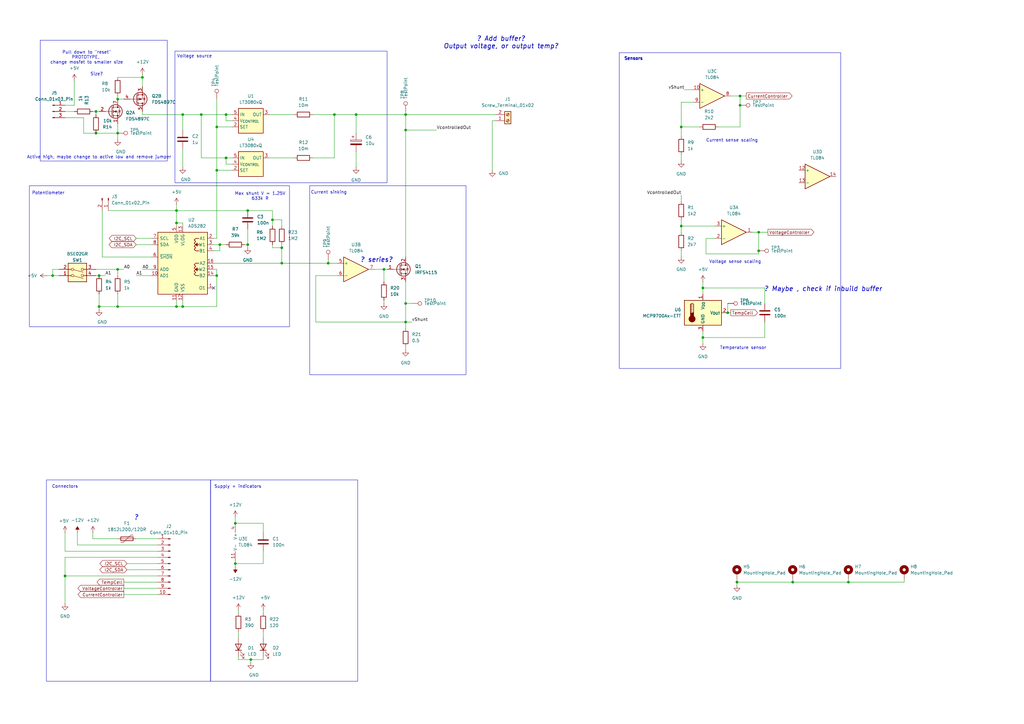
<source format=kicad_sch>
(kicad_sch (version 20250114) (generator "eeschema") (generator_version "9.0")
  (paper "A3")
  (lib_symbols
    (symbol "Amplifier_Operational:TL084" (pin_names (offset 0.127))
      (property "Reference" "U" (at 0 5.08 0))
      (property "Value" "TL084" (at 0 -5.08 0))
      (symbol "TL084_1_1"
        (pin input line (at -7.62 2.54 0) (length 2.54) (name "+") (number "3"))
        (pin input line (at -7.62 -2.54 0) (length 2.54) (name "-") (number "2"))
        (pin output line (at 7.62 0 180) (length 2.54) (name "~") (number "1"))
      )
      (symbol "TL084_2_1"
        (pin input line (at -7.62 2.54 0) (length 2.54) (name "+") (number "5"))
        (pin input line (at -7.62 -2.54 0) (length 2.54) (name "-") (number "6"))
        (pin output line (at 7.62 0 180) (length 2.54) (name "~") (number "7"))
      )
      (symbol "TL084_3_1"
        (pin input line (at -7.62 2.54 0) (length 2.54) (name "+") (number "10"))
        (pin input line (at -7.62 -2.54 0) (length 2.54) (name "-") (number "9"))
        (pin output line (at 7.62 0 180) (length 2.54) (name "~") (number "8"))
      )
      (symbol "TL084_4_1"
        (pin input line (at -7.62 2.54 0) (length 2.54) (name "+") (number "12"))
        (pin input line (at -7.62 -2.54 0) (length 2.54) (name "-") (number "13"))
        (pin output line (at 7.62 0 180) (length 2.54) (name "~") (number "14"))
      )
      (symbol "TL084_5_1"
        (pin power_in line (at -2.54 7.62 270) (length 3.81) (name "V+") (number "4"))
        (pin power_in line (at -2.54 -7.62 90) (length 3.81) (name "V-") (number "11"))
      )
    )
    (symbol "Connector:Conn_01x02_Pin" (pin_names (offset 1.016) (hide yes))
      (property "Reference" "J" (at 0 2.54 0))
      (property "Value" "Conn_01x02_Pin" (at 0 -5.08 0))
      (symbol "Conn_01x02_Pin_1_1"
        (pin passive line (at 5.08 0 180) (length 3.81) (name "Pin_1") (number "1"))
        (pin passive line (at 5.08 -2.54 180) (length 3.81) (name "Pin_2") (number "2"))
      )
    )
    (symbol "Connector:Conn_01x03_Pin" (pin_names (offset 1.016) (hide yes))
      (property "Reference" "J" (at 0 5.08 0))
      (property "Value" "Conn_01x03_Pin" (at 0 -5.08 0))
      (symbol "Conn_01x03_Pin_1_1"
        (pin passive line (at 5.08 2.54 180) (length 3.81) (name "Pin_1") (number "1"))
        (pin passive line (at 5.08 0 180) (length 3.81) (name "Pin_2") (number "2"))
        (pin passive line (at 5.08 -2.54 180) (length 3.81) (name "Pin_3") (number "3"))
      )
    )
    (symbol "Connector:Conn_01x10_Pin" (pin_names (offset 1.016) (hide yes))
      (property "Reference" "J" (at 0 12.7 0))
      (property "Value" "Conn_01x10_Pin" (at 0 -15.24 0))
      (symbol "Conn_01x10_Pin_1_1"
        (pin passive line (at 5.08 10.16 180) (length 3.81) (name "Pin_1") (number "1"))
        (pin passive line (at 5.08 7.62 180) (length 3.81) (name "Pin_2") (number "2"))
        (pin passive line (at 5.08 5.08 180) (length 3.81) (name "Pin_3") (number "3"))
        (pin passive line (at 5.08 2.54 180) (length 3.81) (name "Pin_4") (number "4"))
        (pin passive line (at 5.08 0 180) (length 3.81) (name "Pin_5") (number "5"))
        (pin passive line (at 5.08 -2.54 180) (length 3.81) (name "Pin_6") (number "6"))
        (pin passive line (at 5.08 -5.08 180) (length 3.81) (name "Pin_7") (number "7"))
        (pin passive line (at 5.08 -7.62 180) (length 3.81) (name "Pin_8") (number "8"))
        (pin passive line (at 5.08 -10.16 180) (length 3.81) (name "Pin_9") (number "9"))
        (pin passive line (at 5.08 -12.7 180) (length 3.81) (name "Pin_10") (number "10"))
      )
    )
    (symbol "Connector:Screw_Terminal_01x02" (pin_names (offset 1.016) (hide yes))
      (property "Reference" "J" (at 0 2.54 0))
      (property "Value" "Screw_Terminal_01x02" (at 0 -5.08 0))
      (symbol "Screw_Terminal_01x02_1_1"
        (pin passive line (at -5.08 0 0) (length 3.81) (name "Pin_1") (number "1"))
        (pin passive line (at -5.08 -2.54 0) (length 3.81) (name "Pin_2") (number "2"))
      )
    )
    (symbol "Connector:TestPoint" (pin_numbers (hide yes)) (pin_names (offset 0.762) (hide yes))
      (property "Reference" "TP" (at 0 6.858 0))
      (property "Value" "TestPoint" (at 0 5.08 0))
      (symbol "TestPoint_1_1"
        (pin passive line (at 0 0 90) (length 2.54) (name "1") (number "1"))
      )
    )
    (symbol "Device:C" (pin_numbers (hide yes)) (pin_names (offset 0.254))
      (property "Reference" "C" (at 0.635 2.54 0))
      (property "Value" "C" (at 0.635 -2.54 0))
      (symbol "C_1_1"
        (pin passive line (at 0 3.81 270) (length 2.794) (name "~") (number "1"))
        (pin passive line (at 0 -3.81 90) (length 2.794) (name "~") (number "2"))
      )
    )
    (symbol "Device:C_Polarized" (pin_numbers (hide yes)) (pin_names (offset 0.254))
      (property "Reference" "C" (at 0.635 2.54 0))
      (property "Value" "C_Polarized" (at 0.635 -2.54 0))
      (symbol "C_Polarized_1_1"
        (pin passive line (at 0 3.81 270) (length 2.794) (name "~") (number "1"))
        (pin passive line (at 0 -3.81 90) (length 2.794) (name "~") (number "2"))
      )
    )
    (symbol "Device:LED" (pin_numbers (hide yes)) (pin_names (offset 1.016) (hide yes))
      (property "Reference" "D" (at 0 2.54 0))
      (property "Value" "LED" (at 0 -2.54 0))
      (symbol "LED_1_1"
        (pin passive line (at -3.81 0 0) (length 2.54) (name "K") (number "1"))
        (pin passive line (at 3.81 0 180) (length 2.54) (name "A") (number "2"))
      )
    )
    (symbol "Device:Polyfuse" (pin_numbers (hide yes)) (pin_names (offset 0))
      (property "Reference" "F" (at -2.54 0 90))
      (property "Value" "Polyfuse" (at 2.54 0 90))
      (symbol "Polyfuse_1_1"
        (pin passive line (at 0 3.81 270) (length 1.27) (name "~") (number "1"))
        (pin passive line (at 0 -3.81 90) (length 1.27) (name "~") (number "2"))
      )
    )
    (symbol "Device:R" (pin_numbers (hide yes)) (pin_names (offset 0))
      (property "Reference" "R" (at 2.032 0 90))
      (property "Value" "R" (at 0 0 90))
      (symbol "R_1_1"
        (pin passive line (at 0 3.81 270) (length 1.27) (name "~") (number "1"))
        (pin passive line (at 0 -3.81 90) (length 1.27) (name "~") (number "2"))
      )
    )
    (symbol "LT3080xQ_1"
      (property "Reference" "U" (at -8.89 6.604 0))
      (property "Value" "LT3080xQ" (at 10.414 6.604 0))
      (symbol "LT3080xQ_1_1_1"
        (pin power_in line (at -7.62 2.54 0) (length 2.54) (name "IN") (number "5"))
        (pin input line (at -7.62 0 0) (length 2.54) (name "V_{CONTROL}") (number "4"))
        (pin input line (at -7.62 -2.54 0) (length 2.54) (name "SET") (number "2"))
        (pin no_connect line (at 5.08 -2.54 180) (length 2.54) (hide yes) (name "NC") (number "1"))
        (pin power_out line (at 7.62 2.54 180) (length 2.54) (name "OUT") (number "3"))
        (pin passive line (at 7.62 2.54 180) (length 2.54) (hide yes) (name "OUT") (number "6"))
      )
    )
    (symbol "Mechanical:MountingHole_Pad" (pin_numbers (hide yes)) (pin_names (offset 1.016) (hide yes)) (exclude_from_sim yes) (in_bom no)
      (property "Reference" "H" (at 0 6.35 0))
      (property "Value" "MountingHole_Pad" (at 0 4.445 0))
      (symbol "MountingHole_Pad_1_1"
        (pin input line (at 0 -2.54 90) (length 2.54) (name "1") (number "1"))
      )
    )
    (symbol "Potentiometer_Digital:AD5282" (pin_names (offset 0.762))
      (property "Reference" "U" (at -10.414 13.97 0))
      (property "Value" "AD5282" (at 0.762 13.97 0))
      (symbol "AD5282_1_1"
        (pin input line (at -12.7 10.16 0) (length 2.54) (name "SCL") (number "7"))
        (pin bidirectional line (at -12.7 7.62 0) (length 2.54) (name "SDA") (number "8"))
        (pin input line (at -12.7 2.54 0) (length 2.54) (name "~{SHDN}") (number "6"))
        (pin input line (at -12.7 -2.54 0) (length 2.54) (name "AD0") (number "9"))
        (pin input line (at -12.7 -5.08 0) (length 2.54) (name "AD1") (number "10"))
        (pin power_in line (at -2.54 15.24 270) (length 2.54) (name "VDD") (number "5"))
        (pin power_in line (at -2.54 -15.24 90) (length 2.54) (name "GND") (number "11"))
        (pin power_in line (at 0 15.24 270) (length 2.54) (name "VLOG") (number "13"))
        (pin power_in line (at 0 -15.24 90) (length 2.54) (name "VSS") (number "12"))
        (pin passive line (at 12.7 10.16 180) (length 2.54) (name "A1") (number "2"))
        (pin passive line (at 12.7 7.62 180) (length 2.54) (name "W1") (number "3"))
        (pin passive line (at 12.7 5.08 180) (length 2.54) (name "B1") (number "4"))
        (pin passive line (at 12.7 0 180) (length 2.54) (name "A2") (number "16"))
        (pin passive line (at 12.7 -2.54 180) (length 2.54) (name "W2") (number "15"))
        (pin passive line (at 12.7 -5.08 180) (length 2.54) (name "B2") (number "14"))
        (pin output line (at 12.7 -10.16 180) (length 2.54) (name "O1") (number "1"))
      )
    )
    (symbol "Sensor_Temperature:MCP9700Ax-ETT"
      (property "Reference" "U" (at -6.35 6.35 0))
      (property "Value" "MCP9700Ax-ETT" (at 1.27 6.35 0))
      (symbol "MCP9700Ax-ETT_1_1"
        (pin power_in line (at 0 7.62 270) (length 2.54) (name "V_{DD}") (number "1"))
        (pin power_in line (at 0 -7.62 90) (length 2.54) (name "GND") (number "3"))
        (pin output line (at 10.16 0 180) (length 2.54) (name "V_{OUT}") (number "2"))
      )
    )
    (symbol "Switch:SW_DIP_x02" (pin_names (offset 0) (hide yes))
      (property "Reference" "SW" (at 0 6.35 0))
      (property "Value" "SW_DIP_x02" (at 0 -3.81 0))
      (symbol "SW_DIP_x02_1_1"
        (pin passive line (at -7.62 2.54 0) (length 5.08) (name "~") (number "1"))
        (pin passive line (at -7.62 0 0) (length 5.08) (name "~") (number "2"))
        (pin passive line (at 7.62 2.54 180) (length 5.08) (name "~") (number "4"))
        (pin passive line (at 7.62 0 180) (length 5.08) (name "~") (number "3"))
      )
    )
    (symbol "Transistor_FET:FDS4897C" (pin_names (hide yes))
      (property "Reference" "Q" (at 5.08 1.905 0))
      (property "Value" "FDS4897C" (at 5.08 0 0))
      (symbol "FDS4897C_1_1"
        (pin input line (at -5.08 0 0) (length 2.54) (name "G") (number "2"))
        (pin passive line (at 2.54 5.08 270) (length 2.54) (name "D") (number "7"))
        (pin passive line (at 2.54 5.08 270) (length 2.54) (hide yes) (name "D") (number "8"))
        (pin passive line (at 2.54 -5.08 90) (length 2.54) (name "S") (number "1"))
      )
      (symbol "FDS4897C_2_1"
        (pin input line (at -5.08 0 0) (length 2.54) (name "G") (number "4"))
        (pin passive line (at 2.54 5.08 270) (length 2.54) (name "D") (number "5"))
        (pin passive line (at 2.54 5.08 270) (length 2.54) (hide yes) (name "D") (number "6"))
        (pin passive line (at 2.54 -5.08 90) (length 2.54) (name "1") (number "3"))
      )
    )
    (symbol "Transistor_FET:IRFS4115" (pin_names (hide yes))
      (property "Reference" "Q" (at 5.08 1.905 0))
      (property "Value" "IRFS4115" (at 5.08 0 0))
      (symbol "IRFS4115_1_1"
        (pin passive line (at -5.08 0 0) (length 2.54) (name "G") (number "1"))
        (pin passive line (at 2.54 5.08 270) (length 2.54) (name "D") (number "2"))
        (pin passive line (at 2.54 -5.08 90) (length 2.54) (name "S") (number "3"))
      )
    )
    (symbol "power:+12V" (power) (pin_numbers (hide yes)) (pin_names (offset 0) (hide yes))
      (property "Value" "+12V" (at 0 3.556 0))
      (symbol "+12V_1_1"
        (pin power_in line (at 0 0 90) (length 0) (name "~") (number "1"))
      )
    )
    (symbol "power:+5V" (power) (pin_numbers (hide yes)) (pin_names (offset 0) (hide yes))
      (property "Value" "+5V" (at 0 3.556 0))
      (symbol "+5V_1_1"
        (pin power_in line (at 0 0 90) (length 0) (name "~") (number "1"))
      )
    )
    (symbol "power:-12V" (power) (pin_numbers (hide yes)) (pin_names (offset 0) (hide yes))
      (property "Value" "-12V" (at 0 3.556 0))
      (symbol "-12V_0_0"
        (pin power_in line (at 0 0 90) (length 0) (name "~") (number "1"))
      )
    )
    (symbol "power:GND" (power) (pin_numbers (hide yes)) (pin_names (offset 0) (hide yes))
      (property "Value" "GND" (at 0 -3.81 0))
      (symbol "GND_1_1"
        (pin power_in line (at 0 0 270) (length 0) (name "~") (number "1"))
      )
    )
  )
  (rectangle (start 86.36 196.85) (end 146.685 279.4))
  (rectangle (start 71.755 20.955) (end 158.75 74.93))
  (rectangle (start 254 21.59) (end 344.805 151.13))
  (rectangle (start 12.065 76.2) (end 118.745 133.985))
  (rectangle (start 16.51 16.51) (end 68.58 66.04))
  (rectangle (start 19.05 196.85) (end 86.36 279.4))
  (rectangle (start 127 76.2) (end 191.135 153.67))
  (text "Current sense scaling\n" (at 300.228 57.658 0) (effects (font (size 1.27 1.27))))
  (text "Temperature sensor\n" (at 304.8 142.748 0) (effects (font (size 1.27 1.27))))
  (text "? Add buffer?\nOutput voltage, or output temp?" (at 205.486 17.526 0) (effects (font (size 1.905 1.905) (thickness 0.254) (bold yes) (italic yes))))
  (text "Pull down to \"reset\"\nPROTOTYPE, \nchange mosfet to smaller size" (at 35.56 23.622 0) (effects (font (size 1.27 1.27))))
  (text "Max shunt V = 1.25V\n633k R" (at 106.68 80.518 0) (effects (font (size 1.27 1.27))))
  (text "?" (at 55.88 212.344 0) (effects (font (size 1.905 1.905) (thickness 0.254) (bold yes) (italic yes))))
  (text "? series?\n" (at 154.432 106.68 0) (effects (font (size 1.905 1.905) (thickness 0.254) (bold yes) (italic yes))))
  (text "Supply + indicators\n" (at 97.536 199.644 0) (effects (font (size 1.27 1.27))))
  (text "Current sinking" (at 134.874 78.994 0) (effects (font (size 1.27 1.27))))
  (text "Potentiometer\n" (at 19.812 79.248 0) (effects (font (size 1.27 1.27))))
  (text "Sensors" (at 259.842 24.13 0) (effects (font (size 1.27 1.27) (thickness 0.254) (bold yes))))
  (text "Voltage source\n" (at 79.756 23.114 0) (effects (font (size 1.27 1.27))))
  (text "? Maybe , check if inbuild buffer \n" (at 338.328 118.618 0) (effects (font (size 1.905 1.905) (thickness 0.254) (bold yes) (italic yes))))
  (text "Size?\n" (at 39.624 30.48 0) (effects (font (size 1.27 1.27))))
  (text "Voltage sense scaling\n\n" (at 301.498 108.458 0) (effects (font (size 1.27 1.27))))
  (text "Connectors\n\n" (at 26.67 200.66 0) (effects (font (size 1.27 1.27))))
  (text "Active high, maybe change to active low and remove jumper\n" (at 40.64 64.516 0) (effects (font (size 1.27 1.27))))
  (junction (at 288.29 138.43))
  (junction (at 101.6 100.33))
  (junction (at 302.26 238.76))
  (junction (at 26.67 236.22))
  (junction (at 279.4 92.71))
  (junction (at 166.37 53.34))
  (junction (at 134.62 107.95))
  (junction (at 72.39 91.44))
  (junction (at 90.17 100.33))
  (junction (at 279.4 52.07))
  (junction (at 303.53 39.37))
  (junction (at 102.87 270.51))
  (junction (at 88.9 52.07))
  (junction (at 72.39 125.73))
  (junction (at 82.55 46.99))
  (junction (at 39.37 45.72))
  (junction (at 58.42 31.75))
  (junction (at 311.15 95.25))
  (junction (at 48.26 40.64))
  (junction (at 325.12 238.76))
  (junction (at 74.93 46.99))
  (junction (at 137.16 46.99))
  (junction (at 88.9 69.85))
  (junction (at 92.71 64.77))
  (junction (at 74.93 125.73))
  (junction (at 88.9 113.03))
  (junction (at 92.71 46.99))
  (junction (at 111.76 90.17))
  (junction (at 157.48 110.49))
  (junction (at 166.37 132.08))
  (junction (at 48.26 54.61))
  (junction (at 40.64 125.73))
  (junction (at 288.29 118.11))
  (junction (at 166.37 124.46))
  (junction (at 72.39 86.36))
  (junction (at 96.52 231.14))
  (junction (at 303.53 43.18))
  (junction (at 166.37 46.99))
  (junction (at 146.05 46.99))
  (junction (at 40.64 113.03))
  (junction (at 21.59 113.03))
  (junction (at 298.45 128.27))
  (junction (at 48.26 110.49))
  (junction (at 347.98 238.76))
  (junction (at 115.57 107.95))
  (junction (at 96.52 214.63))
  (junction (at 48.26 125.73))
  (junction (at 39.37 54.61))
  (junction (at 115.57 101.6))
  (junction (at 311.15 102.87))
  (junction (at 101.6 86.36))
  (no_connect (at 87.63 118.11))
  (wire (pts (xy 21.59 113.03) (xy 24.13 113.03)))
  (wire (pts (xy 21.59 110.49) (xy 24.13 110.49)))
  (wire (pts (xy 38.1 220.98) (xy 38.1 218.44)))
  (wire (pts (xy 137.16 64.77) (xy 137.16 46.99)))
  (wire (pts (xy 88.9 97.79) (xy 87.63 97.79)))
  (wire (pts (xy 101.6 93.98) (xy 101.6 100.33)))
  (wire (pts (xy 347.98 238.76) (xy 370.84 238.76)))
  (wire (pts (xy 279.4 52.07) (xy 279.4 55.88)))
  (wire (pts (xy 52.07 233.68) (xy 64.77 233.68)))
  (wire (pts (xy 39.37 45.72) (xy 40.64 45.72)))
  (wire (pts (xy 82.55 64.77) (xy 82.55 46.99)))
  (wire (pts (xy 88.9 52.07) (xy 88.9 69.85)))
  (wire (pts (xy 19.05 113.03) (xy 21.59 113.03)))
  (wire (pts (xy 72.39 91.44) (xy 72.39 92.71)))
  (wire (pts (xy 95.25 49.53) (xy 92.71 49.53)))
  (wire (pts (xy 88.9 69.85) (xy 88.9 97.79)))
  (wire (pts (xy 26.67 236.22) (xy 26.67 228.6)))
  (wire (pts (xy 82.55 46.99) (xy 92.71 46.99)))
  (wire (pts (xy 129.54 113.03) (xy 129.54 132.08)))
  (wire (pts (xy 279.4 41.91) (xy 284.48 41.91)))
  (wire (pts (xy 288.29 115.57) (xy 288.29 118.11)))
  (wire (pts (xy 72.39 86.36) (xy 101.6 86.36)))
  (wire (pts (xy 311.15 95.25) (xy 314.96 95.25)))
  (wire (pts (xy 48.26 54.61) (xy 48.26 57.15)))
  (wire (pts (xy 166.37 46.99) (xy 166.37 53.34)))
  (wire (pts (xy 279.4 63.5) (xy 279.4 66.04)))
  (wire (pts (xy 311.15 104.14) (xy 289.56 104.14)))
  (wire (pts (xy 325.12 238.76) (xy 347.98 238.76)))
  (wire (pts (xy 58.42 45.72) (xy 58.42 46.99)))
  (wire (pts (xy 134.62 107.95) (xy 134.62 106.68)))
  (wire (pts (xy 72.39 91.44) (xy 74.93 91.44)))
  (wire (pts (xy 55.88 220.98) (xy 64.77 220.98)))
  (wire (pts (xy 166.37 132.08) (xy 166.37 134.62)))
  (wire (pts (xy 107.95 259.08) (xy 107.95 261.62)))
  (wire (pts (xy 289.56 104.14) (xy 289.56 97.79)))
  (wire (pts (xy 50.8 110.49) (xy 48.26 110.49)))
  (wire (pts (xy 38.1 220.98) (xy 48.26 220.98)))
  (wire (pts (xy 58.42 46.99) (xy 74.93 46.99)))
  (wire (pts (xy 146.05 54.61) (xy 146.05 46.99)))
  (wire (pts (xy 64.77 238.76) (xy 50.8 238.76)))
  (wire (pts (xy 48.26 113.03) (xy 48.26 110.49)))
  (wire (pts (xy 157.48 110.49) (xy 158.75 110.49)))
  (wire (pts (xy 107.95 218.44) (xy 107.95 214.63)))
  (wire (pts (xy 166.37 45.72) (xy 166.37 46.99)))
  (wire (pts (xy 288.29 135.89) (xy 288.29 138.43)))
  (wire (pts (xy 311.15 95.25) (xy 311.15 102.87)))
  (wire (pts (xy 96.52 231.14) (xy 96.52 232.41)))
  (wire (pts (xy 102.87 270.51) (xy 102.87 271.78)))
  (wire (pts (xy 284.48 36.83) (xy 280.67 36.83)))
  (wire (pts (xy 97.79 250.19) (xy 97.79 251.46)))
  (wire (pts (xy 294.64 52.07) (xy 303.53 52.07)))
  (wire (pts (xy 347.98 237.49) (xy 347.98 238.76)))
  (wire (pts (xy 39.37 54.61) (xy 48.26 54.61)))
  (wire (pts (xy 134.62 107.95) (xy 138.43 107.95)))
  (wire (pts (xy 52.07 231.14) (xy 64.77 231.14)))
  (wire (pts (xy 88.9 113.03) (xy 88.9 125.73)))
  (wire (pts (xy 92.71 46.99) (xy 95.25 46.99)))
  (wire (pts (xy 55.88 113.03) (xy 62.23 113.03)))
  (wire (pts (xy 95.25 64.77) (xy 92.71 64.77)))
  (wire (pts (xy 298.45 124.46) (xy 298.45 128.27)))
  (wire (pts (xy 303.53 39.37) (xy 303.53 43.18)))
  (wire (pts (xy 30.48 45.72) (xy 26.67 45.72)))
  (wire (pts (xy 303.53 43.18) (xy 303.53 52.07)))
  (wire (pts (xy 279.4 90.17) (xy 279.4 92.71)))
  (wire (pts (xy 64.77 243.84) (xy 50.8 243.84)))
  (wire (pts (xy 313.69 132.08) (xy 313.69 138.43)))
  (wire (pts (xy 92.71 67.31) (xy 92.71 64.77)))
  (wire (pts (xy 72.39 123.19) (xy 72.39 125.73)))
  (wire (pts (xy 110.49 46.99) (xy 120.65 46.99)))
  (wire (pts (xy 110.49 64.77) (xy 120.65 64.77)))
  (wire (pts (xy 288.29 138.43) (xy 313.69 138.43)))
  (wire (pts (xy 157.48 123.19) (xy 157.48 124.46)))
  (wire (pts (xy 107.95 250.19) (xy 107.95 251.46)))
  (wire (pts (xy 115.57 90.17) (xy 115.57 92.71)))
  (wire (pts (xy 201.93 49.53) (xy 203.2 49.53)))
  (wire (pts (xy 48.26 39.37) (xy 48.26 40.64)))
  (wire (pts (xy 101.6 86.36) (xy 111.76 86.36)))
  (wire (pts (xy 111.76 100.33) (xy 111.76 101.6)))
  (wire (pts (xy 288.29 118.11) (xy 313.69 118.11)))
  (wire (pts (xy 92.71 64.77) (xy 82.55 64.77)))
  (wire (pts (xy 311.15 102.87) (xy 311.15 104.14)))
  (wire (pts (xy 279.4 92.71) (xy 279.4 95.25)))
  (wire (pts (xy 31.75 223.52) (xy 64.77 223.52)))
  (wire (pts (xy 166.37 124.46) (xy 166.37 132.08)))
  (wire (pts (xy 38.1 45.72) (xy 39.37 45.72)))
  (wire (pts (xy 299.72 39.37) (xy 303.53 39.37)))
  (wire (pts (xy 101.6 100.33) (xy 101.6 101.6)))
  (wire (pts (xy 137.16 46.99) (xy 146.05 46.99)))
  (wire (pts (xy 48.26 31.75) (xy 58.42 31.75)))
  (wire (pts (xy 74.93 123.19) (xy 74.93 125.73)))
  (wire (pts (xy 115.57 101.6) (xy 115.57 107.95)))
  (wire (pts (xy 313.69 118.11) (xy 313.69 124.46)))
  (wire (pts (xy 279.4 92.71) (xy 293.37 92.71)))
  (wire (pts (xy 48.26 125.73) (xy 72.39 125.73)))
  (wire (pts (xy 26.67 236.22) (xy 64.77 236.22)))
  (wire (pts (xy 128.27 46.99) (xy 137.16 46.99)))
  (wire (pts (xy 97.79 269.24) (xy 97.79 270.51)))
  (wire (pts (xy 303.53 39.37) (xy 306.07 39.37)))
  (wire (pts (xy 115.57 107.95) (xy 134.62 107.95)))
  (wire (pts (xy 90.17 100.33) (xy 92.71 100.33)))
  (wire (pts (xy 107.95 226.06) (xy 107.95 231.14)))
  (wire (pts (xy 289.56 97.79) (xy 293.37 97.79)))
  (wire (pts (xy 48.26 40.64) (xy 50.8 40.64)))
  (wire (pts (xy 26.67 48.26) (xy 34.29 48.26)))
  (wire (pts (xy 34.29 54.61) (xy 39.37 54.61)))
  (wire (pts (xy 107.95 231.14) (xy 96.52 231.14)))
  (wire (pts (xy 201.93 49.53) (xy 201.93 69.85)))
  (wire (pts (xy 30.48 33.02) (xy 30.48 43.18)))
  (wire (pts (xy 64.77 241.3) (xy 50.8 241.3)))
  (wire (pts (xy 107.95 270.51) (xy 107.95 269.24)))
  (wire (pts (xy 74.93 46.99) (xy 82.55 46.99)))
  (wire (pts (xy 55.88 97.79) (xy 62.23 97.79)))
  (wire (pts (xy 111.76 86.36) (xy 111.76 90.17)))
  (wire (pts (xy 39.37 45.72) (xy 39.37 46.99)))
  (wire (pts (xy 87.63 102.87) (xy 90.17 102.87)))
  (wire (pts (xy 166.37 46.99) (xy 203.2 46.99)))
  (wire (pts (xy 40.64 125.73) (xy 40.64 127)))
  (wire (pts (xy 34.29 54.61) (xy 34.29 48.26)))
  (wire (pts (xy 95.25 69.85) (xy 88.9 69.85)))
  (wire (pts (xy 88.9 40.64) (xy 88.9 52.07)))
  (wire (pts (xy 111.76 101.6) (xy 115.57 101.6)))
  (wire (pts (xy 74.93 60.96) (xy 74.93 68.58)))
  (wire (pts (xy 41.91 105.41) (xy 41.91 86.36)))
  (wire (pts (xy 146.05 46.99) (xy 166.37 46.99)))
  (wire (pts (xy 302.26 237.49) (xy 302.26 238.76)))
  (wire (pts (xy 115.57 100.33) (xy 115.57 101.6)))
  (wire (pts (xy 308.61 95.25) (xy 311.15 95.25)))
  (wire (pts (xy 279.4 41.91) (xy 279.4 52.07)))
  (wire (pts (xy 72.39 125.73) (xy 74.93 125.73)))
  (wire (pts (xy 279.4 102.87) (xy 279.4 105.41)))
  (wire (pts (xy 146.05 62.23) (xy 146.05 68.58)))
  (wire (pts (xy 44.45 86.36) (xy 72.39 86.36)))
  (wire (pts (xy 302.26 238.76) (xy 325.12 238.76)))
  (wire (pts (xy 370.84 237.49) (xy 370.84 238.76)))
  (wire (pts (xy 279.4 52.07) (xy 287.02 52.07)))
  (wire (pts (xy 166.37 53.34) (xy 179.07 53.34)))
  (wire (pts (xy 41.91 105.41) (xy 62.23 105.41)))
  (wire (pts (xy 128.27 64.77) (xy 137.16 64.77)))
  (wire (pts (xy 74.93 46.99) (xy 74.93 53.34)))
  (wire (pts (xy 96.52 229.87) (xy 96.52 231.14)))
  (wire (pts (xy 26.67 228.6) (xy 64.77 228.6)))
  (wire (pts (xy 288.29 118.11) (xy 288.29 120.65)))
  (wire (pts (xy 97.79 259.08) (xy 97.79 261.62)))
  (wire (pts (xy 90.17 100.33) (xy 87.63 100.33)))
  (wire (pts (xy 48.26 120.65) (xy 48.26 125.73)))
  (wire (pts (xy 111.76 92.71) (xy 111.76 90.17)))
  (wire (pts (xy 58.42 30.48) (xy 58.42 31.75)))
  (wire (pts (xy 87.63 107.95) (xy 115.57 107.95)))
  (wire (pts (xy 48.26 50.8) (xy 48.26 54.61)))
  (wire (pts (xy 129.54 132.08) (xy 166.37 132.08)))
  (wire (pts (xy 48.26 125.73) (xy 40.64 125.73)))
  (wire (pts (xy 55.88 100.33) (xy 62.23 100.33)))
  (wire (pts (xy 166.37 132.08) (xy 168.91 132.08)))
  (wire (pts (xy 40.64 120.65) (xy 40.64 125.73)))
  (wire (pts (xy 100.33 100.33) (xy 101.6 100.33)))
  (wire (pts (xy 166.37 53.34) (xy 166.37 105.41)))
  (wire (pts (xy 74.93 92.71) (xy 74.93 91.44)))
  (wire (pts (xy 325.12 237.49) (xy 325.12 238.76)))
  (wire (pts (xy 88.9 52.07) (xy 95.25 52.07)))
  (wire (pts (xy 40.64 113.03) (xy 43.18 113.03)))
  (wire (pts (xy 153.67 110.49) (xy 157.48 110.49)))
  (wire (pts (xy 302.26 238.76) (xy 302.26 240.03)))
  (wire (pts (xy 88.9 113.03) (xy 87.63 113.03)))
  (wire (pts (xy 288.29 138.43) (xy 288.29 140.97)))
  (wire (pts (xy 88.9 110.49) (xy 88.9 113.03)))
  (wire (pts (xy 166.37 115.57) (xy 166.37 124.46)))
  (wire (pts (xy 107.95 214.63) (xy 96.52 214.63)))
  (wire (pts (xy 129.54 113.03) (xy 138.43 113.03)))
  (wire (pts (xy 87.63 110.49) (xy 88.9 110.49)))
  (wire (pts (xy 21.59 110.49) (xy 21.59 113.03)))
  (wire (pts (xy 26.67 226.06) (xy 64.77 226.06)))
  (wire (pts (xy 166.37 142.24) (xy 166.37 143.51)))
  (wire (pts (xy 88.9 125.73) (xy 74.93 125.73)))
  (wire (pts (xy 72.39 83.82) (xy 72.39 86.36)))
  (wire (pts (xy 26.67 218.44) (xy 26.67 226.06)))
  (wire (pts (xy 95.25 67.31) (xy 92.71 67.31)))
  (wire (pts (xy 30.48 43.18) (xy 26.67 43.18)))
  (wire (pts (xy 39.37 110.49) (xy 48.26 110.49)))
  (wire (pts (xy 279.4 80.01) (xy 279.4 82.55)))
  (wire (pts (xy 298.45 128.27) (xy 299.72 128.27)))
  (wire (pts (xy 39.37 113.03) (xy 40.64 113.03)))
  (wire (pts (xy 58.42 110.49) (xy 62.23 110.49)))
  (wire (pts (xy 96.52 212.09) (xy 96.52 214.63)))
  (wire (pts (xy 111.76 90.17) (xy 115.57 90.17)))
  (wire (pts (xy 97.79 270.51) (xy 102.87 270.51)))
  (wire (pts (xy 72.39 86.36) (xy 72.39 91.44)))
  (wire (pts (xy 166.37 124.46) (xy 168.91 124.46)))
  (wire (pts (xy 58.42 31.75) (xy 58.42 35.56)))
  (wire (pts (xy 157.48 110.49) (xy 157.48 115.57)))
  (wire (pts (xy 31.75 218.44) (xy 31.75 223.52)))
  (wire (pts (xy 102.87 270.51) (xy 107.95 270.51)))
  (wire (pts (xy 92.71 49.53) (xy 92.71 46.99)))
  (wire (pts (xy 90.17 102.87) (xy 90.17 100.33)))
  (wire (pts (xy 26.67 247.65) (xy 26.67 236.22)))
  (label "VcontrolledOut" (at 279.4 80.01 180))
  (label "A1" (at 55.88 113.03 0))
  (label "vShunt" (at 280.67 36.83 180))
  (label "VcontrolledOut" (at 179.07 53.34 0))
  (label "A1" (at 43.18 113.03 0))
  (label "vShunt" (at 168.91 132.08 0))
  (label "A0" (at 50.8 110.49 0))
  (label "A0" (at 58.42 110.49 0))
  (global_label "I2C_SCL" (shape bidirectional) (at 55.88 97.79 180) (property "Intersheetrefs" "${INTERSHEET_REFS}" (effects (hide yes))))
  (global_label "CurrentController" (shape output) (at 306.07 39.37 0) (property "Intersheetrefs" "${INTERSHEET_REFS}" (effects (hide yes))))
  (global_label "I2C_SDA" (shape bidirectional) (at 52.07 233.68 180) (property "Intersheetrefs" "${INTERSHEET_REFS}" (effects (hide yes))))
  (global_label "I2C_SCL" (shape bidirectional) (at 52.07 231.14 180) (property "Intersheetrefs" "${INTERSHEET_REFS}" (effects (hide yes))))
  (global_label "VoltageController" (shape output) (at 314.96 95.25 0) (property "Intersheetrefs" "${INTERSHEET_REFS}" (effects (hide yes))))
  (global_label "TempCell" (shape output) (at 50.8 238.76 180) (property "Intersheetrefs" "${INTERSHEET_REFS}" (effects (hide yes))))
  (global_label "TempCell" (shape output) (at 299.72 128.27 0) (property "Intersheetrefs" "${INTERSHEET_REFS}" (effects (hide yes))))
  (global_label "VoltageController" (shape output) (at 50.8 241.3 180) (property "Intersheetrefs" "${INTERSHEET_REFS}" (effects (hide yes))))
  (global_label "I2C_SDA" (shape bidirectional) (at 55.88 100.33 180) (property "Intersheetrefs" "${INTERSHEET_REFS}" (effects (hide yes))))
  (global_label "CurrentController" (shape output) (at 50.8 243.84 180) (property "Intersheetrefs" "${INTERSHEET_REFS}" (effects (hide yes))))
  (symbol (lib_id "Transistor_FET:FDS4897C") (at 55.88 40.64 0) (mirror x) (unit 2)
    (property "Reference" "Q2" (at 62.23 39.3699 0) (effects (justify left)))
    (property "Value" "FDS4897C" (at 62.23 41.9099 0) (effects (justify left)))
    (property "Footprint" "Package_SO:SOIC-8_3.9x4.9mm_P1.27mm" (effects (hide yes)))
    (property "Datasheet" "https://www.onsemi.com/pub/Collateral/FDS4897C-D.pdf" (effects (hide yes)))
    (property "Description" "6.2A Id, 40V Vds, Dual N and P Channel MOSFET, 29mOhm Ron, 10V Vgs, SO8L" (effects (hide yes)))
  )
  (symbol (lib_id "power:GND") (at 288.29 140.97 0) (unit 1)
    (property "Reference" "#PWR023" (effects (hide yes)))
    (property "Value" "GND" (at 288.29 146.2565 0))
    (property "Description" "Power symbol creates a global label with name \"GND\" , ground" (effects (hide yes)))
  )
  (symbol (lib_id "Amplifier_Operational:TL084") (at 300.99 95.25 0) (unit 1)
    (property "Reference" "U3" (at 300.99 85.09 0))
    (property "Value" "TL084" (at 300.99 87.63 0))
    (property "Footprint" "Package_SO:SO-14_3.9x8.65mm_P1.27mm" (effects (hide yes)))
    (property "Datasheet" "http://www.ti.com/lit/ds/symlink/tl081.pdf" (effects (hide yes)))
    (property "Description" "Quad JFET-Input Operational Amplifiers, DIP-14/SOIC-14/SSOP-14" (effects (hide yes)))
  )
  (symbol (lib_id "Connector:TestPoint") (at 88.9 40.64 0) (unit 1)
    (property "Reference" "TP4" (at 87.6299 35.56 90) (effects (justify left)))
    (property "Value" "TestPoint" (at 88.9 35.56 90) (effects (justify left)))
    (property "Footprint" "TestPoint:TestPoint_Loop_D2.50mm_Drill1.0mm" (effects (hide yes)))
    (property "Description" "test point" (effects (hide yes)))
  )
  (symbol (lib_name "LT3080xQ_1") (lib_id "Regulator_Linear:LT3080xQ") (at 102.87 67.31 0) (unit 1)
    (property "Reference" "U4" (at 102.87 57.15 0))
    (property "Value" "LT3080xQ" (at 102.87 59.69 0))
    (property "Footprint" "Package_TO_SOT_SMD:TO-263-5_TabPin3" (effects (hide yes)))
    (property "Datasheet" "https://www.analog.com/media/en/technical-documentation/data-sheets/3080fc.pdf" (effects (hide yes)))
    (property "Description" "Adjustable 1.1A Single Resistor Low Dropout Regulator, TO-220" (effects (hide yes)))
  )
  (symbol (lib_id "Connector:TestPoint") (at 311.15 102.87 270) (unit 1)
    (property "Reference" "TP3" (at 316.23 101.5999 90) (effects (justify left)))
    (property "Value" "TestPoint" (at 316.23 102.87 90) (effects (justify left)))
    (property "Footprint" "TestPoint:TestPoint_Loop_D2.50mm_Drill1.0mm" (effects (hide yes)))
    (property "Description" "test point" (effects (hide yes)))
  )
  (symbol (lib_id "Device:C") (at 101.6 90.17 0) (unit 1)
    (property "Reference" "C3" (at 105.41 88.8999 0) (effects (justify left)))
    (property "Value" "100n" (at 105.41 91.4399 0) (effects (justify left)))
    (property "Footprint" "Capacitor_SMD:C_0805_2012Metric_Pad1.18x1.45mm_HandSolder" (effects (hide yes)))
    (property "Description" "Unpolarized capacitor" (effects (hide yes)))
  )
  (symbol (lib_id "Device:R") (at 40.64 116.84 180) (unit 1)
    (property "Reference" "R4" (at 43.18 115.5699 0) (effects (justify right)))
    (property "Value" "1k" (at 43.18 118.1099 0) (effects (justify right)))
    (property "Footprint" "Resistor_SMD:R_0805_2012Metric_Pad1.20x1.40mm_HandSolder" (effects (hide yes)))
    (property "Description" "Resistor" (effects (hide yes)))
  )
  (symbol (lib_id "Device:R") (at 39.37 50.8 0) (unit 1)
    (property "Reference" "R14" (at 45.974 52.07 0) (effects (justify right)))
    (property "Value" "10k" (at 45.974 49.53 0) (effects (justify right)))
    (property "Footprint" "Resistor_SMD:R_0805_2012Metric_Pad1.20x1.40mm_HandSolder" (effects (hide yes)))
    (property "Description" "Resistor" (effects (hide yes)))
  )
  (symbol (lib_id "power:+5V") (at 107.95 250.19 0) (unit 1)
    (property "Reference" "#PWR034" (effects (hide yes)))
    (property "Value" "+5V" (at 106.68 245.11 0) (effects (justify left)))
    (property "Description" "Power symbol creates a global label with name \"+5V\"" (effects (hide yes)))
  )
  (symbol (lib_id "Device:R") (at 34.29 45.72 90) (unit 1)
    (property "Reference" "R13" (at 35.56 39.116 0) (effects (justify right)))
    (property "Value" "1k" (at 33.02 39.116 0) (effects (justify right)))
    (property "Footprint" "Resistor_SMD:R_0805_2012Metric_Pad1.20x1.40mm_HandSolder" (effects (hide yes)))
    (property "Description" "Resistor" (effects (hide yes)))
  )
  (symbol (lib_id "Connector:TestPoint") (at 168.91 124.46 270) (unit 1)
    (property "Reference" "TP10" (at 173.99 123.1899 90) (effects (justify left)))
    (property "Value" "TestPoint" (at 173.99 124.46 90) (effects (justify left)))
    (property "Footprint" "TestPoint:TestPoint_Loop_D2.50mm_Drill1.0mm" (effects (hide yes)))
    (property "Description" "test point" (effects (hide yes)))
  )
  (symbol (lib_id "Connector:Conn_01x03_Pin") (at 21.59 45.72 0) (unit 1)
    (property "Reference" "J5" (at 22.225 38.1 0))
    (property "Value" "Conn_01x03_Pin" (at 22.225 40.64 0))
    (property "Footprint" "Connector_PinHeader_2.54mm:PinHeader_1x03_P2.54mm_Horizontal" (effects (hide yes)))
    (property "Description" "Generic connector, single row, 01x03, script generated" (effects (hide yes)))
  )
  (symbol (lib_id "Device:C_Polarized") (at 146.05 58.42 0) (unit 1)
    (property "Reference" "C6" (at 149.86 56.2609 0) (effects (justify left)))
    (property "Value" "10u" (at 149.86 58.8009 0) (effects (justify left)))
    (property "Footprint" "Capacitor_THT:CP_Radial_D5.0mm_P2.00mm" (effects (hide yes)))
    (property "Description" "Polarized capacitor" (effects (hide yes)))
  )
  (symbol (lib_id "Amplifier_Operational:TL084") (at 335.28 72.39 0) (unit 4)
    (property "Reference" "U3" (at 335.28 62.23 0))
    (property "Value" "TL084" (at 335.28 64.77 0))
    (property "Footprint" "Package_SO:SO-14_3.9x8.65mm_P1.27mm" (effects (hide yes)))
    (property "Datasheet" "http://www.ti.com/lit/ds/symlink/tl081.pdf" (effects (hide yes)))
    (property "Description" "Quad JFET-Input Operational Amplifiers, DIP-14/SOIC-14/SSOP-14" (effects (hide yes)))
  )
  (symbol (lib_id "Mechanical:MountingHole_Pad") (at 302.26 234.95 0) (unit 1) (exclude_from_sim yes) (in_bom no)
    (property "Reference" "H5" (at 304.8 232.4099 0) (effects (justify left)))
    (property "Value" "MountingHole_Pad" (at 304.8 234.9499 0) (effects (justify left)))
    (property "Footprint" "MountingHole:MountingHole_3.2mm_M3_DIN965_Pad" (effects (hide yes)))
    (property "Description" "Mounting Hole with connection" (effects (hide yes)))
  )
  (symbol (lib_id "Device:R") (at 115.57 96.52 180) (unit 1)
    (property "Reference" "R23" (at 118.11 95.2499 0) (effects (justify right)))
    (property "Value" "1M2" (at 118.11 97.7899 0) (effects (justify right)))
    (property "Footprint" "Resistor_SMD:R_0805_2012Metric_Pad1.20x1.40mm_HandSolder" (effects (hide yes)))
    (property "Description" "Resistor" (effects (hide yes)))
  )
  (symbol (lib_id "Device:R") (at 48.26 116.84 180) (unit 1)
    (property "Reference" "R5" (at 50.8 115.5699 0) (effects (justify right)))
    (property "Value" "1k" (at 50.8 118.1099 0) (effects (justify right)))
    (property "Footprint" "Resistor_SMD:R_0805_2012Metric_Pad1.20x1.40mm_HandSolder" (effects (hide yes)))
    (property "Description" "Resistor" (effects (hide yes)))
  )
  (symbol (lib_id "Connector:TestPoint") (at 134.62 106.68 0) (unit 1)
    (property "Reference" "TP9" (at 133.3499 101.6 90) (effects (justify left)))
    (property "Value" "TestPoint" (at 134.62 101.6 90) (effects (justify left)))
    (property "Footprint" "TestPoint:TestPoint_Loop_D2.50mm_Drill1.0mm" (effects (hide yes)))
    (property "Description" "test point" (effects (hide yes)))
  )
  (symbol (lib_id "Connector:TestPoint") (at 166.37 45.72 0) (unit 1)
    (property "Reference" "TP8" (at 165.0999 40.64 90) (effects (justify left)))
    (property "Value" "TestPoint" (at 166.37 40.64 90) (effects (justify left)))
    (property "Footprint" "TestPoint:TestPoint_Loop_D2.50mm_Drill1.0mm" (effects (hide yes)))
    (property "Description" "test point" (effects (hide yes)))
  )
  (symbol (lib_id "Device:LED") (at 97.79 265.43 90) (unit 1)
    (property "Reference" "D1" (at 101.6 265.7474 90) (effects (justify right)))
    (property "Value" "LED" (at 101.6 268.2874 90) (effects (justify right)))
    (property "Footprint" "LED_SMD:LED_1206_3216Metric_Pad1.42x1.75mm_HandSolder" (effects (hide yes)))
    (property "Description" "Light emitting diode" (effects (hide yes)))
  )
  (symbol (lib_id "Device:R") (at 279.4 59.69 0) (unit 1)
    (property "Reference" "R9" (at 281.94 58.4199 0) (effects (justify left)))
    (property "Value" "1k" (at 281.94 60.9599 0) (effects (justify left)))
    (property "Footprint" "Resistor_SMD:R_0805_2012Metric_Pad1.20x1.40mm_HandSolder" (effects (hide yes)))
    (property "Description" "Resistor" (effects (hide yes)))
  )
  (symbol (lib_id "power:GND") (at 101.6 101.6 0) (unit 1)
    (property "Reference" "#PWR016" (effects (hide yes)))
    (property "Value" "GND" (at 101.6 106.68 0))
    (property "Description" "Power symbol creates a global label with name \"GND\" , ground" (effects (hide yes)))
  )
  (symbol (lib_id "power:+5V") (at 30.48 33.02 0) (unit 1)
    (property "Reference" "#PWR014" (effects (hide yes)))
    (property "Value" "+5V" (at 30.48 27.94 0))
    (property "Description" "Power symbol creates a global label with name \"+5V\"" (effects (hide yes)))
  )
  (symbol (lib_id "power:GND") (at 302.26 240.03 0) (unit 1)
    (property "Reference" "#PWR027" (effects (hide yes)))
    (property "Value" "GND" (at 302.26 245.3165 0))
    (property "Description" "Power symbol creates a global label with name \"GND\" , ground" (effects (hide yes)))
  )
  (symbol (lib_id "power:GND") (at 166.37 143.51 0) (unit 1)
    (property "Reference" "#PWR030" (effects (hide yes)))
    (property "Value" "GND" (at 166.37 148.7965 0))
    (property "Description" "Power symbol creates a global label with name \"GND\" , ground" (effects (hide yes)))
  )
  (symbol (lib_id "Transistor_FET:IRFS4115") (at 163.83 110.49 0) (unit 1)
    (property "Reference" "Q1" (at 170.18 109.2199 0) (effects (justify left)))
    (property "Value" "IRFS4115" (at 170.18 111.7599 0) (effects (justify left)))
    (property "Footprint" "Package_TO_SOT_SMD:TO-263-2" (effects (hide yes)))
    (property "Datasheet" "https://www.infineon.com/dgdl/irfs4115pbf.pdf?fileId=5546d462533600a401535636e5d2218f" (effects (hide yes)))
    (property "Description" "99A Id, 150V Vds, 10.3mOhm Rds, N-Channel HEXFET Power MOSFET, D2PAK" (effects (hide yes)))
  )
  (symbol (lib_id "Mechanical:MountingHole_Pad") (at 325.12 234.95 0) (unit 1) (exclude_from_sim yes) (in_bom no)
    (property "Reference" "H6" (at 327.66 232.4099 0) (effects (justify left)))
    (property "Value" "MountingHole_Pad" (at 327.66 234.9499 0) (effects (justify left)))
    (property "Footprint" "MountingHole:MountingHole_3.2mm_M3_DIN965_Pad" (effects (hide yes)))
    (property "Description" "Mounting Hole with connection" (effects (hide yes)))
  )
  (symbol (lib_id "power:GND") (at 201.93 69.85 0) (unit 1)
    (property "Reference" "#PWR05" (effects (hide yes)))
    (property "Value" "GND" (at 204.47 71.1199 0) (effects (justify left)))
    (property "Description" "Power symbol creates a global label with name \"GND\" , ground" (effects (hide yes)))
  )
  (symbol (lib_id "Device:C") (at 313.69 128.27 0) (unit 1)
    (property "Reference" "C5" (at 317.5 126.9999 0) (effects (justify left)))
    (property "Value" "100n" (at 317.5 129.5399 0) (effects (justify left)))
    (property "Footprint" "Capacitor_SMD:C_0805_2012Metric_Pad1.18x1.45mm_HandSolder" (effects (hide yes)))
    (property "Description" "Unpolarized capacitor" (effects (hide yes)))
  )
  (symbol (lib_id "Device:R") (at 124.46 46.99 90) (unit 1)
    (property "Reference" "R11" (at 124.46 40.64 90))
    (property "Value" "10m" (at 124.46 43.18 90))
    (property "Footprint" "Resistor_SMD:R_0805_2012Metric_Pad1.20x1.40mm_HandSolder" (effects (hide yes)))
    (property "Description" "Resistor" (effects (hide yes)))
  )
  (symbol (lib_id "Device:R") (at 157.48 119.38 0) (unit 1)
    (property "Reference" "R20" (at 160.02 118.1099 0) (effects (justify left)))
    (property "Value" "10k" (at 160.02 120.6499 0) (effects (justify left)))
    (property "Footprint" "Resistor_SMD:R_0805_2012Metric_Pad1.20x1.40mm_HandSolder" (effects (hide yes)))
    (property "Description" "Resistor" (effects (hide yes)))
  )
  (symbol (lib_id "Device:R") (at 166.37 138.43 0) (unit 1)
    (property "Reference" "R21" (at 168.91 137.1599 0) (effects (justify left)))
    (property "Value" "0.5" (at 168.91 139.6999 0) (effects (justify left)))
    (property "Footprint" "Resistor_THT:R_Axial_Power_L25.0mm_W9.0mm_P7.62mm_Vertical" (effects (hide yes)))
    (property "Description" "Resistor" (effects (hide yes)))
  )
  (symbol (lib_id "Device:R") (at 96.52 100.33 270) (unit 1)
    (property "Reference" "R7" (at 96.52 93.98 90))
    (property "Value" "39k" (at 96.52 96.52 90))
    (property "Footprint" "Resistor_SMD:R_0805_2012Metric_Pad1.20x1.40mm_HandSolder" (effects (hide yes)))
    (property "Description" "Resistor" (effects (hide yes)))
  )
  (symbol (lib_id "Device:R") (at 48.26 35.56 180) (unit 1)
    (property "Reference" "R8" (at 41.656 34.29 0) (effects (justify right)))
    (property "Value" "10k" (at 41.656 36.83 0) (effects (justify right)))
    (property "Footprint" "Resistor_SMD:R_0805_2012Metric_Pad1.20x1.40mm_HandSolder" (effects (hide yes)))
    (property "Description" "Resistor" (effects (hide yes)))
  )
  (symbol (lib_id "power:GND") (at 26.67 247.65 0) (unit 1)
    (property "Reference" "#PWR03" (effects (hide yes)))
    (property "Value" "GND" (at 26.67 252.73 0))
    (property "Description" "Power symbol creates a global label with name \"GND\" , ground" (effects (hide yes)))
  )
  (symbol (lib_id "power:-12V") (at 31.75 218.44 0) (unit 1)
    (property "Reference" "#PWR07" (effects (hide yes)))
    (property "Value" "-12V" (at 31.75 213.36 0))
    (property "Description" "Power symbol creates a global label with name \"-12V\"" (effects (hide yes)))
  )
  (symbol (lib_id "power:GND") (at 279.4 105.41 0) (unit 1)
    (property "Reference" "#PWR06" (effects (hide yes)))
    (property "Value" "GND" (at 279.4 110.49 0))
    (property "Description" "Power symbol creates a global label with name \"GND\" , ground" (effects (hide yes)))
  )
  (symbol (lib_id "Connector:Screw_Terminal_01x02") (at 208.28 49.53 0) (mirror x) (unit 1)
    (property "Reference" "J1" (at 208.28 40.64 0))
    (property "Value" "Screw_Terminal_01x02" (at 208.28 43.18 0))
    (property "Footprint" "TerminalBlock_Phoenix:TerminalBlock_Phoenix_MKDS-1,5-2-5.08_1x02_P5.08mm_Horizontal" (effects (hide yes)))
    (property "Description" "Generic screw terminal, single row, 01x02, script generated (kicad-library-utils/schlib/autogen/connector/)" (effects (hide yes)))
  )
  (symbol (lib_id "Device:R") (at 97.79 255.27 180) (unit 1)
    (property "Reference" "R3" (at 100.33 253.9999 0) (effects (justify right)))
    (property "Value" "390" (at 100.33 256.5399 0) (effects (justify right)))
    (property "Footprint" "Resistor_SMD:R_0805_2012Metric_Pad1.20x1.40mm_HandSolder" (effects (hide yes)))
    (property "Description" "Resistor" (effects (hide yes)))
  )
  (symbol (lib_id "power:+12V") (at 97.79 250.19 0) (unit 1)
    (property "Reference" "#PWR033" (effects (hide yes)))
    (property "Value" "+12V" (at 97.79 245.11 0))
    (property "Description" "Power symbol creates a global label with name \"+12V\"" (effects (hide yes)))
  )
  (symbol (lib_id "power:+5V") (at 19.05 113.03 90) (unit 1)
    (property "Reference" "#PWR01" (effects (hide yes)))
    (property "Value" "+5V" (at 15.24 113.0299 90) (effects (justify left)))
    (property "Description" "Power symbol creates a global label with name \"+5V\"" (effects (hide yes)))
  )
  (symbol (lib_id "Switch:SW_DIP_x02") (at 31.75 110.49 0) (mirror x) (unit 1)
    (property "Reference" "SW1" (at 31.75 106.68 0))
    (property "Value" "BSE02GR" (at 31.75 104.14 0))
    (property "Footprint" "Button_Switch_THT:SW_DIP_SPSTx02_Slide_9.78x7.26mm_W7.62mm_P2.54mm" (effects (hide yes)))
    (property "Description" "2x DIP Switch, Single Pole Single Throw (SPST) switch, small symbol" (effects (hide yes)))
  )
  (symbol (lib_id "power:+12V") (at 96.52 212.09 0) (unit 1)
    (property "Reference" "#PWR012" (effects (hide yes)))
    (property "Value" "+12V" (at 96.52 207.01 0))
    (property "Description" "Power symbol creates a global label with name \"+12V\"" (effects (hide yes)))
  )
  (symbol (lib_id "Connector:TestPoint") (at 303.53 43.18 270) (unit 1)
    (property "Reference" "TP7" (at 308.61 41.9099 90) (effects (justify left)))
    (property "Value" "TestPoint" (at 308.61 43.18 90) (effects (justify left)))
    (property "Footprint" "TestPoint:TestPoint_Loop_D2.50mm_Drill1.0mm" (effects (hide yes)))
    (property "Description" "test point" (effects (hide yes)))
  )
  (symbol (lib_id "power:GND") (at 40.64 127 0) (unit 1)
    (property "Reference" "#PWR09" (effects (hide yes)))
    (property "Value" "GND" (at 41.91 132.08 0))
    (property "Description" "Power symbol creates a global label with name \"GND\" , ground" (effects (hide yes)))
  )
  (symbol (lib_id "Connector:Conn_01x02_Pin") (at 44.45 81.28 270) (unit 1)
    (property "Reference" "J3" (at 45.72 80.6449 90) (effects (justify left)))
    (property "Value" "Conn_01x02_Pin" (at 45.72 83.1849 90) (effects (justify left)))
    (property "Footprint" "Connector_PinHeader_2.54mm:PinHeader_1x02_P2.54mm_Vertical" (effects (hide yes)))
    (property "Description" "Generic connector, single row, 01x02, script generated" (effects (hide yes)))
  )
  (symbol (lib_id "Device:R") (at 107.95 255.27 180) (unit 1)
    (property "Reference" "R22" (at 110.49 253.9999 0) (effects (justify right)))
    (property "Value" "120" (at 110.49 256.5399 0) (effects (justify right)))
    (property "Footprint" "Resistor_SMD:R_0805_2012Metric_Pad1.20x1.40mm_HandSolder" (effects (hide yes)))
    (property "Description" "Resistor" (effects (hide yes)))
  )
  (symbol (lib_id "Amplifier_Operational:TL084") (at 99.06 222.25 0) (unit 5)
    (property "Reference" "U3" (at 97.79 220.9799 0) (effects (justify left)))
    (property "Value" "TL084" (at 97.79 223.5199 0) (effects (justify left)))
    (property "Footprint" "Package_SO:SO-14_3.9x8.65mm_P1.27mm" (effects (hide yes)))
    (property "Datasheet" "http://www.ti.com/lit/ds/symlink/tl081.pdf" (effects (hide yes)))
    (property "Description" "Quad JFET-Input Operational Amplifiers, DIP-14/SOIC-14/SSOP-14" (effects (hide yes)))
  )
  (symbol (lib_id "power:GND") (at 102.87 271.78 0) (unit 1)
    (property "Reference" "#PWR032" (effects (hide yes)))
    (property "Value" "GND" (at 104.14 276.86 0))
    (property "Description" "Power symbol creates a global label with name \"GND\" , ground" (effects (hide yes)))
  )
  (symbol (lib_id "Device:R") (at 124.46 64.77 90) (unit 1)
    (property "Reference" "R12" (at 124.46 58.42 90))
    (property "Value" "10m" (at 124.46 60.96 90))
    (property "Footprint" "Resistor_SMD:R_0805_2012Metric_Pad1.20x1.40mm_HandSolder" (effects (hide yes)))
    (property "Description" "Resistor" (effects (hide yes)))
  )
  (symbol (lib_id "Amplifier_Operational:TL084") (at 146.05 110.49 0) (unit 2)
    (property "Reference" "U3" (at 146.05 100.33 0))
    (property "Value" "TL084" (at 146.05 102.87 0))
    (property "Footprint" "Package_SO:SO-14_3.9x8.65mm_P1.27mm" (effects (hide yes)))
    (property "Datasheet" "http://www.ti.com/lit/ds/symlink/tl081.pdf" (effects (hide yes)))
    (property "Description" "Quad JFET-Input Operational Amplifiers, DIP-14/SOIC-14/SSOP-14" (effects (hide yes)))
  )
  (symbol (lib_id "power:+12V") (at 38.1 218.44 0) (unit 1)
    (property "Reference" "#PWR02" (effects (hide yes)))
    (property "Value" "+12V" (at 38.1 213.36 0))
    (property "Description" "Power symbol creates a global label with name \"+12V\"" (effects (hide yes)))
  )
  (symbol (lib_id "Amplifier_Operational:TL084") (at 292.1 39.37 0) (unit 3)
    (property "Reference" "U3" (at 292.1 29.21 0))
    (property "Value" "TL084" (at 292.1 31.75 0))
    (property "Footprint" "Package_SO:SO-14_3.9x8.65mm_P1.27mm" (effects (hide yes)))
    (property "Datasheet" "http://www.ti.com/lit/ds/symlink/tl081.pdf" (effects (hide yes)))
    (property "Description" "Quad JFET-Input Operational Amplifiers, DIP-14/SOIC-14/SSOP-14" (effects (hide yes)))
  )
  (symbol (lib_id "Connector:TestPoint") (at 298.45 124.46 270) (unit 1)
    (property "Reference" "TP6" (at 303.53 123.1899 90) (effects (justify left)))
    (property "Value" "TestPoint" (at 303.53 124.46 90) (effects (justify left)))
    (property "Footprint" "TestPoint:TestPoint_Loop_D2.50mm_Drill1.0mm" (effects (hide yes)))
    (property "Description" "test point" (effects (hide yes)))
  )
  (symbol (lib_id "Mechanical:MountingHole_Pad") (at 370.84 234.95 0) (unit 1) (exclude_from_sim yes) (in_bom no)
    (property "Reference" "H8" (at 373.38 232.4099 0) (effects (justify left)))
    (property "Value" "MountingHole_Pad" (at 373.38 234.9499 0) (effects (justify left)))
    (property "Footprint" "MountingHole:MountingHole_3.2mm_M3_DIN965_Pad" (effects (hide yes)))
    (property "Description" "Mounting Hole with connection" (effects (hide yes)))
  )
  (symbol (lib_id "power:+5V") (at 288.29 115.57 0) (unit 1)
    (property "Reference" "#PWR022" (effects (hide yes)))
    (property "Value" "+5V" (at 288.29 110.49 0))
    (property "Description" "Power symbol creates a global label with name \"+5V\"" (effects (hide yes)))
  )
  (symbol (lib_id "Device:R") (at 279.4 99.06 0) (unit 1)
    (property "Reference" "R2" (at 281.94 97.7899 0) (effects (justify left)))
    (property "Value" "2k7" (at 281.94 100.3299 0) (effects (justify left)))
    (property "Footprint" "Resistor_SMD:R_0805_2012Metric_Pad1.20x1.40mm_HandSolder" (effects (hide yes)))
    (property "Description" "Resistor" (effects (hide yes)))
  )
  (symbol (lib_id "power:GND") (at 279.4 66.04 0) (unit 1)
    (property "Reference" "#PWR021" (effects (hide yes)))
    (property "Value" "GND" (at 279.4 71.3265 0))
    (property "Description" "Power symbol creates a global label with name \"GND\" , ground" (effects (hide yes)))
  )
  (symbol (lib_id "power:GND") (at 74.93 68.58 0) (unit 1)
    (property "Reference" "#PWR011" (effects (hide yes)))
    (property "Value" "GND" (at 76.2 73.66 0))
    (property "Description" "Power symbol creates a global label with name \"GND\" , ground" (effects (hide yes)))
  )
  (symbol (lib_id "power:GND") (at 48.26 57.15 0) (unit 1)
    (property "Reference" "#PWR04" (effects (hide yes)))
    (property "Value" "GND" (at 49.53 62.23 0))
    (property "Description" "Power symbol creates a global label with name \"GND\" , ground" (effects (hide yes)))
  )
  (symbol (lib_id "Device:C") (at 74.93 57.15 0) (unit 1)
    (property "Reference" "C2" (at 78.74 55.8799 0) (effects (justify left)))
    (property "Value" "1u" (at 78.74 58.4199 0) (effects (justify left)))
    (property "Footprint" "Capacitor_THT:CP_Radial_D5.0mm_P2.00mm" (effects (hide yes)))
    (property "Description" "Unpolarized capacitor" (effects (hide yes)))
  )
  (symbol (lib_id "power:GND") (at 157.48 124.46 0) (unit 1)
    (property "Reference" "#PWR029" (effects (hide yes)))
    (property "Value" "GND" (at 157.48 129.7465 0))
    (property "Description" "Power symbol creates a global label with name \"GND\" , ground" (effects (hide yes)))
  )
  (symbol (lib_name "LT3080xQ_1") (lib_id "Regulator_Linear:LT3080xQ") (at 102.87 49.53 0) (unit 1)
    (property "Reference" "U1" (at 102.87 39.37 0))
    (property "Value" "LT3080xQ" (at 102.87 41.91 0))
    (property "Footprint" "Package_TO_SOT_SMD:TO-263-5_TabPin3" (effects (hide yes)))
    (property "Datasheet" "https://www.analog.com/media/en/technical-documentation/data-sheets/3080fc.pdf" (effects (hide yes)))
    (property "Description" "Adjustable 1.1A Single Resistor Low Dropout Regulator, TO-220" (effects (hide yes)))
  )
  (symbol (lib_id "power:-12V") (at 96.52 232.41 180) (unit 1)
    (property "Reference" "#PWR013" (effects (hide yes)))
    (property "Value" "-12V" (at 96.52 237.49 0))
    (property "Description" "Power symbol creates a global label with name \"-12V\"" (effects (hide yes)))
  )
  (symbol (lib_id "power:+5V") (at 72.39 83.82 0) (unit 1)
    (property "Reference" "#PWR010" (effects (hide yes)))
    (property "Value" "+5V" (at 72.39 78.74 0))
    (property "Description" "Power symbol creates a global label with name \"+5V\"" (effects (hide yes)))
  )
  (symbol (lib_id "Potentiometer_Digital:AD5282") (at 74.93 107.95 0) (unit 1)
    (property "Reference" "U2" (at 77.1241 90.17 0) (effects (justify left)))
    (property "Value" "AD5282" (at 77.1241 92.71 0) (effects (justify left)))
    (property "Footprint" "Package_SO:TSSOP-16_4.4x5mm_P0.65mm" (effects (hide yes)))
    (property "Datasheet" "https://www.analog.com/media/en/technical-documentation/data-sheets/AD5280_5282.pdf" (effects (hide yes)))
    (property "Description" "Digital potentiometer, 256 position, dual output, I2C interface" (effects (hide yes)))
  )
  (symbol (lib_id "Sensor_Temperature:MCP9700Ax-ETT") (at 288.29 128.27 0) (unit 1)
    (property "Reference" "U6" (at 279.4 126.9999 0) (effects (justify right)))
    (property "Value" "MCP9700Ax-ETT" (at 279.4 129.5399 0) (effects (justify right)))
    (property "Footprint" "Package_TO_SOT_SMD:SOT-23" (effects (hide yes)))
    (property "Datasheet" "http://ww1.microchip.com/downloads/en/devicedoc/20001942g.pdf" (effects (hide yes)))
    (property "Description" "Low power, analog thermistor temperature sensor, ±2C accuracy, -40C to +125C, in SOT-23-3" (effects (hide yes)))
  )
  (symbol (lib_id "Device:C") (at 107.95 222.25 0) (unit 1)
    (property "Reference" "C1" (at 111.76 220.9799 0) (effects (justify left)))
    (property "Value" "100n" (at 111.76 223.5199 0) (effects (justify left)))
    (property "Footprint" "Capacitor_SMD:C_0805_2012Metric_Pad1.18x1.45mm_HandSolder" (effects (hide yes)))
    (property "Description" "Unpolarized capacitor" (effects (hide yes)))
  )
  (symbol (lib_id "power:+5V") (at 26.67 218.44 0) (unit 1)
    (property "Reference" "#PWR08" (effects (hide yes)))
    (property "Value" "+5V" (at 24.13 213.614 0) (effects (justify left)))
    (property "Description" "Power symbol creates a global label with name \"+5V\"" (effects (hide yes)))
  )
  (symbol (lib_id "Connector:Conn_01x10_Pin") (at 69.85 231.14 0) (mirror y) (unit 1)
    (property "Reference" "J2" (at 69.215 215.9 0))
    (property "Value" "Conn_01x10_Pin" (at 69.215 218.44 0))
    (property "Footprint" "Connector_Molex:Molex_SPOX_5267-10A_1x10_P2.50mm_Vertical" (effects (hide yes)))
    (property "Description" "Generic connector, single row, 01x10, script generated" (effects (hide yes)))
  )
  (symbol (lib_id "Connector:TestPoint") (at 48.26 54.61 270) (unit 1)
    (property "Reference" "TP5" (at 53.34 53.3399 90) (effects (justify left)))
    (property "Value" "TestPoint" (at 53.34 54.61 90) (effects (justify left)))
    (property "Footprint" "TestPoint:TestPoint_Loop_D2.50mm_Drill1.0mm" (effects (hide yes)))
    (property "Description" "test point" (effects (hide yes)))
  )
  (symbol (lib_id "Mechanical:MountingHole_Pad") (at 347.98 234.95 0) (unit 1) (exclude_from_sim yes) (in_bom no)
    (property "Reference" "H7" (at 350.52 232.4099 0) (effects (justify left)))
    (property "Value" "MountingHole_Pad" (at 350.52 234.9499 0) (effects (justify left)))
    (property "Footprint" "MountingHole:MountingHole_3.2mm_M3_DIN965_Pad" (effects (hide yes)))
    (property "Description" "Mounting Hole with connection" (effects (hide yes)))
  )
  (symbol (lib_id "power:+12V") (at 58.42 30.48 0) (unit 1)
    (property "Reference" "#PWR019" (effects (hide yes)))
    (property "Value" "+12V" (at 58.42 25.4 0))
    (property "Description" "Power symbol creates a global label with name \"+12V\"" (effects (hide yes)))
  )
  (symbol (lib_id "Device:Polyfuse") (at 52.07 220.98 90) (unit 1)
    (property "Reference" "F1" (at 52.07 214.63 90))
    (property "Value" "1812L200/12DR" (at 52.07 217.17 90))
    (property "Footprint" "Fuse:Fuse_1812_4532Metric_Pad1.30x3.40mm_HandSolder" (effects (hide yes)))
    (property "Description" "Resettable fuse, polymeric positive temperature coefficient" (effects (hide yes)))
  )
  (symbol (lib_id "power:GND") (at 146.05 68.58 0) (unit 1)
    (property "Reference" "#PWR031" (effects (hide yes)))
    (property "Value" "GND" (at 146.05 73.8665 0))
    (property "Description" "Power symbol creates a global label with name \"GND\" , ground" (effects (hide yes)))
  )
  (symbol (lib_id "Device:R") (at 111.76 96.52 180) (unit 1)
    (property "Reference" "R6" (at 105.156 95.25 0) (effects (justify right)))
    (property "Value" "1M2" (at 105.156 97.79 0) (effects (justify right)))
    (property "Footprint" "Resistor_SMD:R_0805_2012Metric_Pad1.20x1.40mm_HandSolder" (effects (hide yes)))
    (property "Description" "Resistor" (effects (hide yes)))
  )
  (symbol (lib_id "Device:LED") (at 107.95 265.43 90) (unit 1)
    (property "Reference" "D2" (at 111.76 265.7474 90) (effects (justify right)))
    (property "Value" "LED" (at 111.76 268.2874 90) (effects (justify right)))
    (property "Footprint" "LED_SMD:LED_1206_3216Metric_Pad1.42x1.75mm_HandSolder" (effects (hide yes)))
    (property "Description" "Light emitting diode" (effects (hide yes)))
  )
  (symbol (lib_id "Device:R") (at 290.83 52.07 90) (unit 1)
    (property "Reference" "R10" (at 290.83 45.72 90))
    (property "Value" "2k2" (at 290.83 48.26 90))
    (property "Footprint" "Resistor_SMD:R_0805_2012Metric_Pad1.20x1.40mm_HandSolder" (effects (hide yes)))
    (property "Description" "Resistor" (effects (hide yes)))
  )
  (symbol (lib_id "Transistor_FET:FDS4897C") (at 45.72 45.72 0) (unit 1)
    (property "Reference" "Q2" (at 51.562 46.228 0) (effects (justify left)))
    (property "Value" "FDS4897C" (at 51.562 48.768 0) (effects (justify left)))
    (property "Footprint" "Package_SO:SOIC-8_3.9x4.9mm_P1.27mm" (effects (hide yes)))
    (property "Datasheet" "https://www.onsemi.com/pub/Collateral/FDS4897C-D.pdf" (effects (hide yes)))
    (property "Description" "6.2A Id, 40V Vds, Dual N and P Channel MOSFET, 29mOhm Ron, 10V Vgs, SO8L" (effects (hide yes)))
  )
  (symbol (lib_id "Device:R") (at 279.4 86.36 0) (unit 1)
    (property "Reference" "R1" (at 281.94 85.0899 0) (effects (justify left)))
    (property "Value" "1k2" (at 281.94 87.6299 0) (effects (justify left)))
    (property "Footprint" "Resistor_SMD:R_0805_2012Metric_Pad1.20x1.40mm_HandSolder" (effects (hide yes)))
    (property "Description" "Resistor" (effects (hide yes)))
  )
)
</source>
